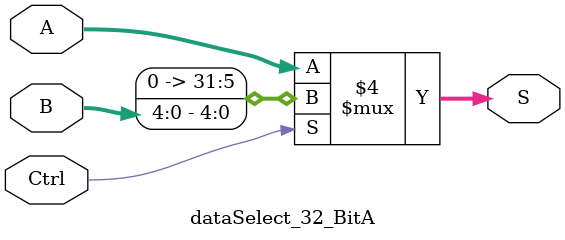
<source format=v>
`timescale 1ns / 1ps


module dataSelect_5_Bit(
    input [4:0] A,
    input [4:0] B,
    input Ctrl,
    output [4:0] S
    );
    assign S = ( Ctrl == 1'b0 ? A : B);
endmodule

module dataSelect_32_Bit(
    input [31:0] A,
    input [31:0] B,
    input [31:0] C,
    input [1:0] Ctrl,
    output reg [31:0] S
    );
    always @(Ctrl or A or B or C) begin
        case(Ctrl)
         2'b00: S=A;
         2'b01: S=B;
         2'b10: S=C;
        endcase
    end
endmodule

module dataSelect_32_Bit2(A, B, Ctrl, S);
    input [31:0] A, B; 
    input Ctrl; 
    output [31:0] S;
    assign S = (Ctrl == 1'b0 ? A : B);
endmodule

module dataSelect_32_BitA(A, B, Ctrl, S);
    input [31:0] A;
    input [4:0] B;
    input Ctrl; 
    output reg [31:0] S;
    always @(Ctrl or A or B) begin
        if(Ctrl==1'b1) begin
            S <= { {27{1'b0}}, B[4:0] };
        end
        else begin
            S <= A;
        end
    end
endmodule
</source>
